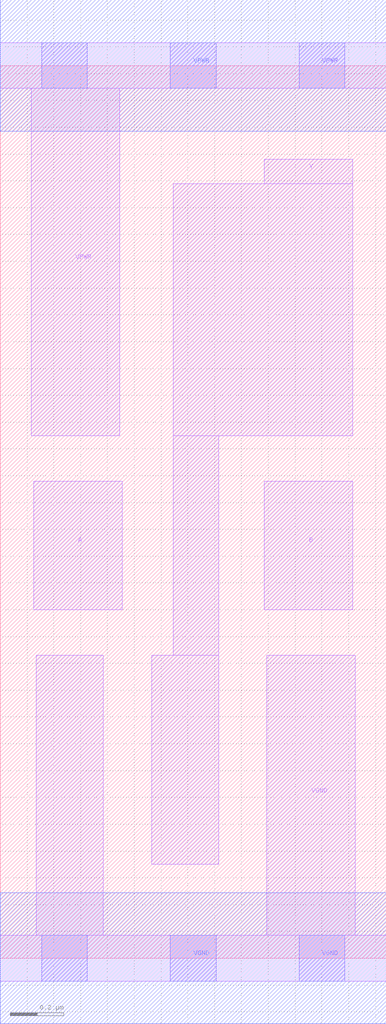
<source format=lef>
# Copyright 2020 The SkyWater PDK Authors
#
# Licensed under the Apache License, Version 2.0 (the "License");
# you may not use this file except in compliance with the License.
# You may obtain a copy of the License at
#
#     https://www.apache.org/licenses/LICENSE-2.0
#
# Unless required by applicable law or agreed to in writing, software
# distributed under the License is distributed on an "AS IS" BASIS,
# WITHOUT WARRANTIES OR CONDITIONS OF ANY KIND, either express or implied.
# See the License for the specific language governing permissions and
# limitations under the License.
#
# SPDX-License-Identifier: Apache-2.0

VERSION 5.7 ;
  NAMESCASESENSITIVE ON ;
  NOWIREEXTENSIONATPIN ON ;
  DIVIDERCHAR "/" ;
  BUSBITCHARS "[]" ;
UNITS
  DATABASE MICRONS 200 ;
END UNITS
MACRO sky130_fd_sc_ls__nor2_1
  CLASS CORE ;
  SOURCE USER ;
  FOREIGN sky130_fd_sc_ls__nor2_1 ;
  ORIGIN  0.000000  0.000000 ;
  SIZE  1.440000 BY  3.330000 ;
  SYMMETRY X Y ;
  SITE unit ;
  PIN A
    ANTENNAGATEAREA  0.279000 ;
    DIRECTION INPUT ;
    USE SIGNAL ;
    PORT
      LAYER li1 ;
        RECT 0.125000 1.300000 0.455000 1.780000 ;
    END
  END A
  PIN B
    ANTENNAGATEAREA  0.279000 ;
    DIRECTION INPUT ;
    USE SIGNAL ;
    PORT
      LAYER li1 ;
        RECT 0.985000 1.300000 1.315000 1.780000 ;
    END
  END B
  PIN Y
    ANTENNADIFFAREA  0.537600 ;
    DIRECTION OUTPUT ;
    USE SIGNAL ;
    PORT
      LAYER li1 ;
        RECT 0.565000 0.350000 0.815000 1.130000 ;
        RECT 0.645000 1.130000 0.815000 1.950000 ;
        RECT 0.645000 1.950000 1.315000 2.890000 ;
        RECT 0.985000 2.890000 1.315000 2.980000 ;
    END
  END Y
  PIN VGND
    DIRECTION INOUT ;
    SHAPE ABUTMENT ;
    USE GROUND ;
    PORT
      LAYER li1 ;
        RECT 0.000000 -0.085000 1.440000 0.085000 ;
        RECT 0.135000  0.085000 0.385000 1.130000 ;
        RECT 0.995000  0.085000 1.325000 1.130000 ;
      LAYER mcon ;
        RECT 0.155000 -0.085000 0.325000 0.085000 ;
        RECT 0.635000 -0.085000 0.805000 0.085000 ;
        RECT 1.115000 -0.085000 1.285000 0.085000 ;
      LAYER met1 ;
        RECT 0.000000 -0.245000 1.440000 0.245000 ;
    END
  END VGND
  PIN VPWR
    DIRECTION INOUT ;
    SHAPE ABUTMENT ;
    USE POWER ;
    PORT
      LAYER li1 ;
        RECT 0.000000 3.245000 1.440000 3.415000 ;
        RECT 0.115000 1.950000 0.445000 3.245000 ;
      LAYER mcon ;
        RECT 0.155000 3.245000 0.325000 3.415000 ;
        RECT 0.635000 3.245000 0.805000 3.415000 ;
        RECT 1.115000 3.245000 1.285000 3.415000 ;
      LAYER met1 ;
        RECT 0.000000 3.085000 1.440000 3.575000 ;
    END
  END VPWR
END sky130_fd_sc_ls__nor2_1

</source>
